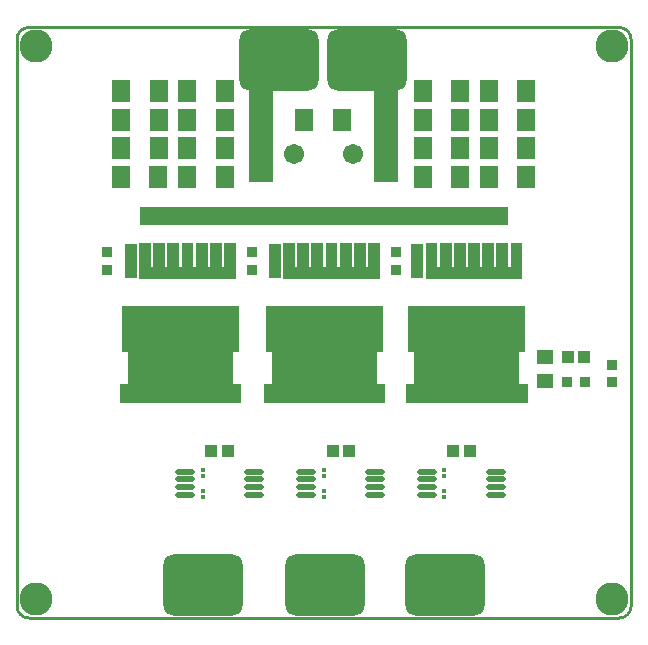
<source format=gbs>
G04*
G04 #@! TF.GenerationSoftware,Altium Limited,Altium Designer,22.0.2 (36)*
G04*
G04 Layer_Color=16711935*
%FSLAX24Y24*%
%MOIN*%
G70*
G04*
G04 #@! TF.SameCoordinates,5AD8CBCB-7B86-44EA-BE16-98DFC8B2639C*
G04*
G04*
G04 #@! TF.FilePolarity,Negative*
G04*
G01*
G75*
%ADD17C,0.0100*%
%ADD23R,0.0625X0.0720*%
%ADD25R,0.0380X0.0358*%
%ADD26R,0.0395X0.1182*%
G04:AMPARAMS|DCode=28|XSize=263.9mil|YSize=204.9mil|CornerRadius=33.5mil|HoleSize=0mil|Usage=FLASHONLY|Rotation=0.000|XOffset=0mil|YOffset=0mil|HoleType=Round|Shape=RoundedRectangle|*
%AMROUNDEDRECTD28*
21,1,0.2639,0.1378,0,0,0.0*
21,1,0.1969,0.2049,0,0,0.0*
1,1,0.0671,0.0984,-0.0689*
1,1,0.0671,-0.0984,-0.0689*
1,1,0.0671,-0.0984,0.0689*
1,1,0.0671,0.0984,0.0689*
%
%ADD28ROUNDEDRECTD28*%
%ADD29C,0.1104*%
%ADD30C,0.0280*%
%ADD31C,0.0671*%
%ADD49R,0.0800X0.3050*%
%ADD50R,1.2261X0.0600*%
%ADD51C,0.0178*%
%ADD52O,0.0652X0.0219*%
%ADD53R,0.0358X0.0380*%
%ADD54R,0.0395X0.0434*%
%ADD55R,0.0582X0.0486*%
G36*
X16850Y11303D02*
X13622D01*
Y12484D01*
X14016D01*
Y11697D01*
X14094D01*
Y12484D01*
X14488D01*
Y11697D01*
X14567D01*
Y12484D01*
X14961D01*
Y11697D01*
X15039D01*
Y12484D01*
X15433D01*
Y11697D01*
X15512D01*
Y12484D01*
X15906D01*
Y11697D01*
X15984D01*
Y12484D01*
X16378D01*
Y11697D01*
X16457D01*
Y12484D01*
X16850D01*
Y11303D01*
D02*
G37*
G36*
X12100D02*
X8872D01*
Y12484D01*
X9266D01*
Y11697D01*
X9344D01*
Y12484D01*
X9738D01*
Y11697D01*
X9817D01*
Y12484D01*
X10211D01*
Y11697D01*
X10289D01*
Y12484D01*
X10683D01*
Y11697D01*
X10762D01*
Y12484D01*
X11156D01*
Y11697D01*
X11234D01*
Y12484D01*
X11628D01*
Y11697D01*
X11707D01*
Y12484D01*
X12100D01*
Y11303D01*
D02*
G37*
G36*
X7300D02*
X4072D01*
Y12484D01*
X4466D01*
Y11697D01*
X4544D01*
Y12484D01*
X4938D01*
Y11697D01*
X5017D01*
Y12484D01*
X5411D01*
Y11697D01*
X5489D01*
Y12484D01*
X5883D01*
Y11697D01*
X5962D01*
Y12484D01*
X6356D01*
Y11697D01*
X6434D01*
Y12484D01*
X6828D01*
Y11697D01*
X6907D01*
Y12484D01*
X7300D01*
Y11303D01*
D02*
G37*
G36*
X16949Y8862D02*
X16752D01*
Y7799D01*
X17028D01*
Y7169D01*
X12972D01*
Y7799D01*
X13248D01*
Y8862D01*
X13051D01*
Y10398D01*
X16949D01*
Y8862D01*
D02*
G37*
G36*
X12199D02*
X12002D01*
Y7799D01*
X12278D01*
Y7169D01*
X8222D01*
Y7799D01*
X8498D01*
Y8862D01*
X8301D01*
Y10398D01*
X12199D01*
Y8862D01*
D02*
G37*
G36*
X7399D02*
X7202D01*
Y7799D01*
X7478D01*
Y7169D01*
X3422D01*
Y7799D01*
X3698D01*
Y8862D01*
X3501D01*
Y10398D01*
X7399D01*
Y8862D01*
D02*
G37*
D17*
X20079Y0D02*
G03*
X20472Y394I0J394D01*
G01*
Y19291D02*
G03*
X20079Y19685I-394J0D01*
G01*
X394D02*
G03*
X0Y19291I0J-394D01*
G01*
Y394D02*
G03*
X394Y0I394J0D01*
G01*
Y19685D02*
X20079D01*
X394Y0D02*
X20079D01*
X0Y394D02*
Y19291D01*
X20472Y394D02*
Y19291D01*
D23*
X9573Y16600D02*
D03*
X10827D02*
D03*
X3473Y17550D02*
D03*
X4727D02*
D03*
X6927Y16600D02*
D03*
X5673D02*
D03*
X3473D02*
D03*
X4727D02*
D03*
X3473Y15650D02*
D03*
X4727D02*
D03*
X6927Y17550D02*
D03*
X5673D02*
D03*
Y15650D02*
D03*
X6927D02*
D03*
X5673Y14700D02*
D03*
X6927D02*
D03*
X15723D02*
D03*
X16977D02*
D03*
X15723Y15650D02*
D03*
X16977D02*
D03*
X14777Y14700D02*
D03*
X13523D02*
D03*
X14777Y15650D02*
D03*
X13523D02*
D03*
X14777Y16600D02*
D03*
X13523D02*
D03*
X14777Y17550D02*
D03*
X13523D02*
D03*
X15723Y16600D02*
D03*
X16977D02*
D03*
X15723Y17550D02*
D03*
X16977D02*
D03*
X4716Y14700D02*
D03*
X3462D02*
D03*
D25*
X19850Y7853D02*
D03*
Y8447D02*
D03*
X12628Y11603D02*
D03*
Y12197D02*
D03*
X7836Y11603D02*
D03*
Y12197D02*
D03*
X2994Y11603D02*
D03*
Y12197D02*
D03*
D26*
X3796Y11894D02*
D03*
X13346D02*
D03*
X8596D02*
D03*
D28*
X14270Y1100D02*
D03*
X6200D02*
D03*
X10270D02*
D03*
X8750Y18600D02*
D03*
X11680D02*
D03*
D29*
X630Y19055D02*
D03*
X19843D02*
D03*
Y630D02*
D03*
X630D02*
D03*
D30*
X13370Y1300D02*
D03*
X13730D02*
D03*
X14450D02*
D03*
X14810D02*
D03*
X15170D02*
D03*
X14090D02*
D03*
X13370Y1700D02*
D03*
X13730D02*
D03*
X14450D02*
D03*
X14810D02*
D03*
X15170D02*
D03*
X14090D02*
D03*
X13370Y500D02*
D03*
X13730D02*
D03*
X14450D02*
D03*
X14810D02*
D03*
X15170D02*
D03*
X14090D02*
D03*
X13370Y900D02*
D03*
X13730D02*
D03*
X14450D02*
D03*
X14810D02*
D03*
X15170D02*
D03*
X14090D02*
D03*
X5300Y1300D02*
D03*
X5660D02*
D03*
X6380D02*
D03*
X6740D02*
D03*
X7100D02*
D03*
X6020D02*
D03*
X5300Y1700D02*
D03*
X5660D02*
D03*
X6380D02*
D03*
X6740D02*
D03*
X7100D02*
D03*
X6020D02*
D03*
X5300Y500D02*
D03*
X5660D02*
D03*
X6380D02*
D03*
X6740D02*
D03*
X7100D02*
D03*
X6020D02*
D03*
X5300Y900D02*
D03*
X5660D02*
D03*
X6380D02*
D03*
X6740D02*
D03*
X7100D02*
D03*
X6020D02*
D03*
X9370Y1300D02*
D03*
X9730D02*
D03*
X10450D02*
D03*
X10810D02*
D03*
X11170D02*
D03*
X10090D02*
D03*
X9370Y1700D02*
D03*
X9730D02*
D03*
X10450D02*
D03*
X10810D02*
D03*
X11170D02*
D03*
X10090D02*
D03*
X9370Y500D02*
D03*
X9730D02*
D03*
X10450D02*
D03*
X10810D02*
D03*
X11170D02*
D03*
X10090D02*
D03*
X9370Y900D02*
D03*
X9730D02*
D03*
X10450D02*
D03*
X10810D02*
D03*
X11170D02*
D03*
X10090D02*
D03*
X8570Y18400D02*
D03*
X9650D02*
D03*
X9290D02*
D03*
X8930D02*
D03*
X8210D02*
D03*
X7850D02*
D03*
X8570Y18000D02*
D03*
X9650D02*
D03*
X9290D02*
D03*
X8930D02*
D03*
X8210D02*
D03*
X7850D02*
D03*
X8570Y19200D02*
D03*
X9650D02*
D03*
X9290D02*
D03*
X8930D02*
D03*
X8210D02*
D03*
X7850D02*
D03*
X8570Y18800D02*
D03*
X9650D02*
D03*
X9290D02*
D03*
X8930D02*
D03*
X8210D02*
D03*
X7850D02*
D03*
X11500Y18400D02*
D03*
X12580D02*
D03*
X12220D02*
D03*
X11860D02*
D03*
X11140D02*
D03*
X10780D02*
D03*
X11500Y18000D02*
D03*
X12580D02*
D03*
X12220D02*
D03*
X11860D02*
D03*
X11140D02*
D03*
X10780D02*
D03*
X11500Y19200D02*
D03*
X12580D02*
D03*
X12220D02*
D03*
X11860D02*
D03*
X11140D02*
D03*
X10780D02*
D03*
X11500Y18800D02*
D03*
X12580D02*
D03*
X12220D02*
D03*
X11860D02*
D03*
X11140D02*
D03*
X10780D02*
D03*
D31*
X11206Y15450D02*
D03*
X9238D02*
D03*
D49*
X12300Y16075D02*
D03*
X8150D02*
D03*
D50*
X10220Y13400D02*
D03*
D51*
X10250Y4032D02*
D03*
Y4229D02*
D03*
Y4938D02*
D03*
Y4741D02*
D03*
X6200Y4938D02*
D03*
Y4741D02*
D03*
Y4032D02*
D03*
Y4229D02*
D03*
X14250D02*
D03*
Y4032D02*
D03*
Y4741D02*
D03*
Y4938D02*
D03*
D52*
X7909Y4881D02*
D03*
Y4625D02*
D03*
Y4369D02*
D03*
Y4113D02*
D03*
X5604Y4881D02*
D03*
Y4625D02*
D03*
Y4369D02*
D03*
Y4113D02*
D03*
X9644D02*
D03*
Y4369D02*
D03*
Y4625D02*
D03*
Y4881D02*
D03*
X11948Y4113D02*
D03*
Y4369D02*
D03*
Y4625D02*
D03*
Y4881D02*
D03*
X13664Y4113D02*
D03*
Y4369D02*
D03*
Y4625D02*
D03*
Y4881D02*
D03*
X15969Y4113D02*
D03*
Y4369D02*
D03*
Y4625D02*
D03*
Y4881D02*
D03*
D53*
X18940Y7850D02*
D03*
X18347D02*
D03*
D54*
X18913Y8700D02*
D03*
X18362D02*
D03*
X15095Y5571D02*
D03*
X14544D02*
D03*
X11075D02*
D03*
X10524D02*
D03*
X7035D02*
D03*
X6484D02*
D03*
D55*
X17594Y7906D02*
D03*
Y8694D02*
D03*
M02*

</source>
